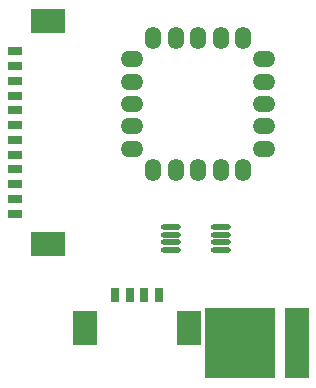
<source format=gbp>
%FSLAX44Y44*%
%MOMM*%
G71*
G01*
G75*
G04 Layer_Color=128*
%ADD10R,1.5000X4.4000*%
%ADD11R,1.5000X1.5000*%
%ADD12R,1.5000X5.6000*%
%ADD13R,2.0000X2.0000*%
%ADD14C,0.2000*%
%ADD15C,1.5000*%
%ADD16C,6.5000*%
%ADD17C,1.3000*%
%ADD18C,2.0000*%
%ADD19C,0.3500*%
%ADD20O,1.9000X1.3500*%
%ADD21O,1.3500X1.9000*%
%ADD22R,0.8000X1.3000*%
%ADD23R,2.1000X3.0000*%
%ADD24R,3.0000X2.1000*%
%ADD25R,1.3000X0.8000*%
%ADD26O,1.7000X0.4500*%
%ADD27R,2.0000X6.0000*%
%ADD28R,6.0000X6.0000*%
%ADD29R,11.6366X7.8000*%
%ADD30R,5.3000X10.2750*%
D20*
X1013780Y-353780D02*
D03*
Y-372780D02*
D03*
Y-391780D02*
D03*
Y-410780D02*
D03*
Y-429780D02*
D03*
X901780D02*
D03*
Y-410780D02*
D03*
Y-391780D02*
D03*
Y-372780D02*
D03*
Y-353780D02*
D03*
D21*
X995780Y-447780D02*
D03*
X976780D02*
D03*
X957780D02*
D03*
X938780D02*
D03*
X919780D02*
D03*
Y-335780D02*
D03*
X938780D02*
D03*
X957780D02*
D03*
X976780D02*
D03*
X995780D02*
D03*
D22*
X924560Y-553720D02*
D03*
X912060D02*
D03*
X899560D02*
D03*
X887060D02*
D03*
D23*
X950060Y-581220D02*
D03*
X861560D02*
D03*
D24*
X830300Y-510120D02*
D03*
Y-321620D02*
D03*
D25*
X802800Y-484620D02*
D03*
Y-472120D02*
D03*
Y-459620D02*
D03*
Y-447120D02*
D03*
Y-434620D02*
D03*
Y-422120D02*
D03*
Y-409620D02*
D03*
Y-397120D02*
D03*
Y-384620D02*
D03*
Y-372120D02*
D03*
Y-359620D02*
D03*
Y-347120D02*
D03*
D26*
X934840Y-515410D02*
D03*
Y-508910D02*
D03*
Y-502410D02*
D03*
Y-495910D02*
D03*
X976840Y-515410D02*
D03*
Y-508910D02*
D03*
Y-502410D02*
D03*
Y-495910D02*
D03*
D27*
X1041400Y-594360D02*
D03*
D28*
X993300D02*
D03*
M02*

</source>
